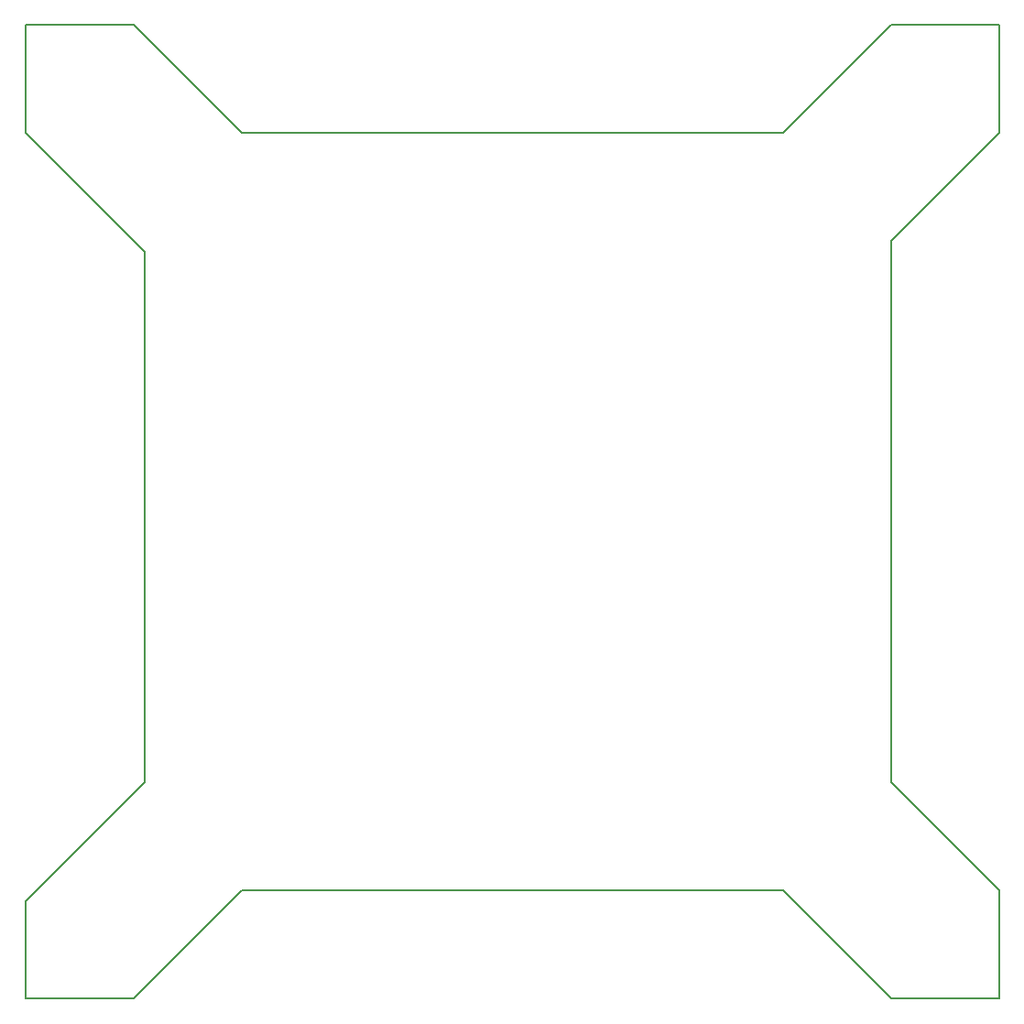
<source format=gko>
G04 Layer_Color=16711935*
%FSLAX25Y25*%
%MOIN*%
G70*
G01*
G75*
%ADD14C,0.00787*%
D14*
X0Y0D02*
X39370D01*
X78740Y39370D01*
X275590D01*
X275591Y39370D02*
Y39370D01*
Y39370D02*
X314961Y0D01*
X354331D01*
Y39370D01*
X314961Y78740D02*
X354331Y39370D01*
X314961Y78740D02*
Y275590D01*
X354331Y314961D01*
Y354331D01*
X314961D02*
X354331D01*
X275590Y314961D02*
X314961Y354331D01*
X78740Y314961D02*
X275590D01*
X39370Y354331D02*
X78740Y314961D01*
X0Y354331D02*
X39370D01*
X0Y314961D02*
Y354331D01*
Y314961D02*
X43307Y271654D01*
Y78740D02*
Y271654D01*
X3937Y39370D02*
X43307Y78740D01*
X0Y35433D02*
X3937Y39370D01*
X0Y0D02*
Y35433D01*
M02*

</source>
